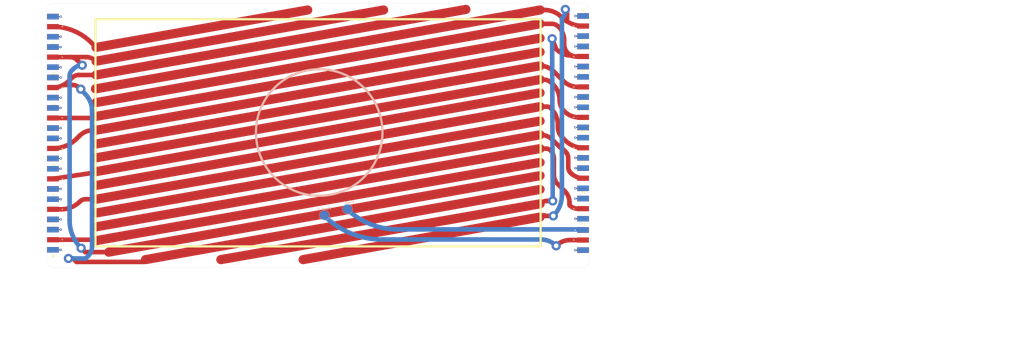
<source format=kicad_pcb>
(kicad_pcb (version 20221018) (generator pcbnew)
  (layers (0 "F.Cu" signal) (31 "B.Cu" signal) (34 "B.Paste" user) (35 "F.Paste" user) (36 "B.SilkS" user "B.Silkscreen") (37 "F.SilkS" user "F.Silkscreen") (38 "B.Mask" user) (39 "F.Mask" user) (44 "Edge.Cuts" user))
  (net 0 "")
  (net 1 "/Probe")
  (net 2 "GND")
  (footprint "Connector_Coaxial:SMA_Molex_73251-1153_EdgeMount_Horizontal" (layer "F.Cu") (at 150.97 212.4)
    (fp_text reference "J6" (at -1.5 7) (layer "F.SilkS"))
    (fp_text value "Conn_Coaxial")
    (fp_line (start 2 0) (end 2.5 -0.25) (stroke (width 0.12)) (layer "F.SilkS"))
    (fp_line (start 2.5 -0.25) (end 2.5 0.25) (stroke (width 0.12)) (layer "F.SilkS"))
    (fp_line (start 2.5 0.25) (end 2 0) (stroke (width 0.12)) (layer "F.SilkS"))
    (pad "1" smd rect (at -1.72 0) (size 5.08 2.29) (layers "F.Cu" "F.Paste" "F.Mask") (net 1 "/Probe"))
    (pad "2" smd rect (at -1.72 -4.38) (size 5.08 2.42) (layers "F.Cu" "F.Paste" "F.Mask") (net 2 "GND"))
    (pad "2" smd rect (at -1.72 -4.38) (size 5.08 2.42) (layers "B.Cu" "B.Paste" "B.Mask") (net 2 "GND"))
    (pad "2" smd rect (at -1.72 4.38) (size 5.08 2.42) (layers "F.Cu" "F.Paste" "F.Mask") (net 2 "GND"))
    (pad "2" smd rect (at -1.72 4.38) (size 5.08 2.42) (layers "B.Cu" "B.Paste" "B.Mask") (net 2 "GND"))
    (pad "2" smd rect (at 1.27 -4.38) (size 0.95 0.46) (layers "F.Cu") (net 2 "GND"))
    (pad "2" smd rect (at 1.27 -4.38) (size 0.95 0.46) (layers "B.Cu") (net 2 "GND"))
    (pad "2" smd rect (at 1.27 4.38) (size 0.95 0.46) (layers "F.Cu") (net 2 "GND"))
    (pad "2" smd rect (at 1.27 4.38) (size 0.95 0.46) (layers "B.Cu") (net 2 "GND"))
    (pad "2" thru_hole circle (at 1.72 -4.38) (size 0.97 0.97) (drill 0.46) (layers "*.Cu") (net 2 "GND"))
    (pad "2" thru_hole circle (at 1.72 4.38) (size 0.97 0.97) (drill 0.46) (layers "*.Cu") (net 2 "GND"))
  )
  (footprint "Connector_Coaxial:SMA_Molex_73251-1153_EdgeMount_Horizontal" (layer "F.Cu") (at 150.97 159.48)
    (fp_text reference "J2" (at -1.5 7) (layer "F.SilkS"))
    (fp_text value "Conn_Coaxial")
    (fp_line (start 2 0) (end 2.5 -0.25) (stroke (width 0.12)) (layer "F.SilkS"))
    (fp_line (start 2.5 -0.25) (end 2.5 0.25) (stroke (width 0.12)) (layer "F.SilkS"))
    (fp_line (start 2.5 0.25) (end 2 0) (stroke (width 0.12)) (layer "F.SilkS"))
    (pad "1" smd rect (at -1.72 0) (size 5.08 2.29) (layers "F.Cu" "F.Paste" "F.Mask") (net 1 "/Probe"))
    (pad "2" smd rect (at -1.72 -4.38) (size 5.08 2.42) (layers "F.Cu" "F.Paste" "F.Mask") (net 2 "GND"))
    (pad "2" smd rect (at -1.72 -4.38) (size 5.08 2.42) (layers "B.Cu" "B.Paste" "B.Mask") (net 2 "GND"))
    (pad "2" smd rect (at -1.72 4.38) (size 5.08 2.42) (layers "F.Cu" "F.Paste" "F.Mask") (net 2 "GND"))
    (pad "2" smd rect (at -1.72 4.38) (size 5.08 2.42) (layers "B.Cu" "B.Paste" "B.Mask") (net 2 "GND"))
    (pad "2" smd rect (at 1.27 -4.38) (size 0.95 0.46) (layers "F.Cu") (net 2 "GND"))
    (pad "2" smd rect (at 1.27 -4.38) (size 0.95 0.46) (layers "B.Cu") (net 2 "GND"))
    (pad "2" smd rect (at 1.27 4.38) (size 0.95 0.46) (layers "F.Cu") (net 2 "GND"))
    (pad "2" smd rect (at 1.27 4.38) (size 0.95 0.46) (layers "B.Cu") (net 2 "GND"))
    (pad "2" thru_hole circle (at 1.72 -4.38) (size 0.97 0.97) (drill 0.46) (layers "*.Cu") (net 2 "GND"))
    (pad "2" thru_hole circle (at 1.72 4.38) (size 0.97 0.97) (drill 0.46) (layers "*.Cu") (net 2 "GND"))
  )
  (footprint "Connector_Coaxial:SMA_Molex_73251-1153_EdgeMount_Horizontal" (layer "F.Cu") (at 377.96 239 180)
    (fp_text reference "J16" (at -1.5 7) (layer "F.SilkS"))
    (fp_text value "Conn_Coaxial")
    (fp_line (start 2 0) (end 2.5 -0.25) (stroke (width 0.12)) (layer "F.SilkS"))
    (fp_line (start 2.5 -0.25) (end 2.5 0.25) (stroke (width 0.12)) (layer "F.SilkS"))
    (fp_line (start 2.5 0.25) (end 2 0) (stroke (width 0.12)) (layer "F.SilkS"))
    (pad "1" smd rect (at -1.72 0 180) (size 5.08 2.29) (layers "F.Cu" "F.Paste" "F.Mask") (net 1 "/Probe"))
    (pad "2" smd rect (at -1.72 -4.38 180) (size 5.08 2.42) (layers "F.Cu" "F.Paste" "F.Mask") (net 2 "GND"))
    (pad "2" smd rect (at -1.72 -4.38 180) (size 5.08 2.42) (layers "B.Cu" "B.Paste" "B.Mask") (net 2 "GND"))
    (pad "2" smd rect (at -1.72 4.38 180) (size 5.08 2.42) (layers "F.Cu" "F.Paste" "F.Mask") (net 2 "GND"))
    (pad "2" smd rect (at -1.72 4.38 180) (size 5.08 2.42) (layers "B.Cu" "B.Paste" "B.Mask") (net 2 "GND"))
    (pad "2" smd rect (at 1.27 -4.38 180) (size 0.95 0.46) (layers "F.Cu") (net 2 "GND"))
    (pad "2" smd rect (at 1.27 -4.38 180) (size 0.95 0.46) (layers "B.Cu") (net 2 "GND"))
    (pad "2" smd rect (at 1.27 4.38 180) (size 0.95 0.46) (layers "F.Cu") (net 2 "GND"))
    (pad "2" smd rect (at 1.27 4.38 180) (size 0.95 0.46) (layers "B.Cu") (net 2 "GND"))
    (pad "2" thru_hole circle (at 1.72 -4.38 180) (size 0.97 0.97) (drill 0.46) (layers "*.Cu") (net 2 "GND"))
    (pad "2" thru_hole circle (at 1.72 4.38 180) (size 0.97 0.97) (drill 0.46) (layers "*.Cu") (net 2 "GND"))
  )
  (footprint "Connector_Coaxial:SMA_Molex_73251-1153_EdgeMount_Horizontal" (layer "F.Cu") (at 150.97 199.17)
    (fp_text reference "J5" (at -1.5 7) (layer "F.SilkS"))
    (fp_text value "Conn_Coaxial")
    (fp_line (start 2 0) (end 2.5 -0.25) (stroke (width 0.12)) (layer "F.SilkS"))
    (fp_line (start 2.5 -0.25) (end 2.5 0.25) (stroke (width 0.12)) (layer "F.SilkS"))
    (fp_line (start 2.5 0.25) (end 2 0) (stroke (width 0.12)) (layer "F.SilkS"))
    (pad "1" smd rect (at -1.72 0) (size 5.08 2.29) (layers "F.Cu" "F.Paste" "F.Mask") (net 1 "/Probe"))
    (pad "2" smd rect (at -1.72 -4.38) (size 5.08 2.42) (layers "F.Cu" "F.Paste" "F.Mask") (net 2 "GND"))
    (pad "2" smd rect (at -1.72 -4.38) (size 5.08 2.42) (layers "B.Cu" "B.Paste" "B.Mask") (net 2 "GND"))
    (pad "2" smd rect (at -1.72 4.38) (size 5.08 2.42) (layers "F.Cu" "F.Paste" "F.Mask") (net 2 "GND"))
    (pad "2" smd rect (at -1.72 4.38) (size 5.08 2.42) (layers "B.Cu" "B.Paste" "B.Mask") (net 2 "GND"))
    (pad "2" smd rect (at 1.27 -4.38) (size 0.95 0.46) (layers "F.Cu") (net 2 "GND"))
    (pad "2" smd rect (at 1.27 -4.38) (size 0.95 0.46) (layers "B.Cu") (net 2 "GND"))
    (pad "2" smd rect (at 1.27 4.38) (size 0.95 0.46) (layers "F.Cu") (net 2 "GND"))
    (pad "2" smd rect (at 1.27 4.38) (size 0.95 0.46) (layers "B.Cu") (net 2 "GND"))
    (pad "2" thru_hole circle (at 1.72 -4.38) (size 0.97 0.97) (drill 0.46) (layers "*.Cu") (net 2 "GND"))
    (pad "2" thru_hole circle (at 1.72 4.38) (size 0.97 0.97) (drill 0.46) (layers "*.Cu") (net 2 "GND"))
  )
  (footprint "Connector_Coaxial:SMA_Molex_73251-1153_EdgeMount_Horizontal" (layer "F.Cu") (at 378 185.665375 180)
    (fp_text reference "J12" (at -1.5 7) (layer "F.SilkS"))
    (fp_text value "Conn_Coaxial")
    (fp_line (start 2 0) (end 2.5 -0.25) (stroke (width 0.12)) (layer "F.SilkS"))
    (fp_line (start 2.5 -0.25) (end 2.5 0.25) (stroke (width 0.12)) (layer "F.SilkS"))
    (fp_line (start 2.5 0.25) (end 2 0) (stroke (width 0.12)) (layer "F.SilkS"))
    (pad "1" smd rect (at -1.72 0 180) (size 5.08 2.29) (layers "F.Cu" "F.Paste" "F.Mask") (net 1 "/Probe"))
    (pad "2" smd rect (at -1.72 -4.38 180) (size 5.08 2.42) (layers "F.Cu" "F.Paste" "F.Mask") (net 2 "GND"))
    (pad "2" smd rect (at -1.72 -4.38 180) (size 5.08 2.42) (layers "B.Cu" "B.Paste" "B.Mask") (net 2 "GND"))
    (pad "2" smd rect (at -1.72 4.38 180) (size 5.08 2.42) (layers "F.Cu" "F.Paste" "F.Mask") (net 2 "GND"))
    (pad "2" smd rect (at -1.72 4.38 180) (size 5.08 2.42) (layers "B.Cu" "B.Paste" "B.Mask") (net 2 "GND"))
    (pad "2" smd rect (at 1.27 -4.38 180) (size 0.95 0.46) (layers "F.Cu") (net 2 "GND"))
    (pad "2" smd rect (at 1.27 -4.38 180) (size 0.95 0.46) (layers "B.Cu") (net 2 "GND"))
    (pad "2" smd rect (at 1.27 4.38 180) (size 0.95 0.46) (layers "F.Cu") (net 2 "GND"))
    (pad "2" smd rect (at 1.27 4.38 180) (size 0.95 0.46) (layers "B.Cu") (net 2 "GND"))
    (pad "2" thru_hole circle (at 1.72 -4.38 180) (size 0.97 0.97) (drill 0.46) (layers "*.Cu") (net 2 "GND"))
    (pad "2" thru_hole circle (at 1.72 4.38 180) (size 0.97 0.97) (drill 0.46) (layers "*.Cu") (net 2 "GND"))
  )
  (footprint "Connector_Coaxial:SMA_Molex_73251-1153_EdgeMount_Horizontal" (layer "F.Cu") (at 150.97 172.71)
    (fp_text reference "J3" (at -1.5 7) (layer "F.SilkS"))
    (fp_text value "Conn_Coaxial")
    (fp_line (start 2 0) (end 2.5 -0.25) (stroke (width 0.12)) (layer "F.SilkS"))
    (fp_line (start 2.5 -0.25) (end 2.5 0.25) (stroke (width 0.12)) (layer "F.SilkS"))
    (fp_line (start 2.5 0.25) (end 2 0) (stroke (width 0.12)) (layer "F.SilkS"))
    (pad "1" smd rect (at -1.72 0) (size 5.08 2.29) (layers "F.Cu" "F.Paste" "F.Mask") (net 1 "/Probe"))
    (pad "2" smd rect (at -1.72 -4.38) (size 5.08 2.42) (layers "F.Cu" "F.Paste" "F.Mask") (net 2 "GND"))
    (pad "2" smd rect (at -1.72 -4.38) (size 5.08 2.42) (layers "B.Cu" "B.Paste" "B.Mask") (net 2 "GND"))
    (pad "2" smd rect (at -1.72 4.38) (size 5.08 2.42) (layers "F.Cu" "F.Paste" "F.Mask") (net 2 "GND"))
    (pad "2" smd rect (at -1.72 4.38) (size 5.08 2.42) (layers "B.Cu" "B.Paste" "B.Mask") (net 2 "GND"))
    (pad "2" smd rect (at 1.27 -4.38) (size 0.95 0.46) (layers "F.Cu") (net 2 "GND"))
    (pad "2" smd rect (at 1.27 -4.38) (size 0.95 0.46) (layers "B.Cu") (net 2 "GND"))
    (pad "2" smd rect (at 1.27 4.38) (size 0.95 0.46) (layers "F.Cu") (net 2 "GND"))
    (pad "2" smd rect (at 1.27 4.38) (size 0.95 0.46) (layers "B.Cu") (net 2 "GND"))
    (pad "2" thru_hole circle (at 1.72 -4.38) (size 0.97 0.97) (drill 0.46) (layers "*.Cu") (net 2 "GND"))
    (pad "2" thru_hole circle (at 1.72 4.38) (size 0.97 0.97) (drill 0.46) (layers "*.Cu") (net 2 "GND"))
  )
  (footprint "Connector_Coaxial:SMA_Molex_73251-1153_EdgeMount_Horizontal" (layer "F.Cu") (at 150.97 238.86)
    (fp_text reference "J8" (at -1.72 7.15) (layer "F.SilkS"))
    (fp_text value "Conn_Coaxial")
    (fp_line (start 2 0) (end 2.5 -0.25) (stroke (width 0.12)) (layer "F.SilkS"))
    (fp_line (start 2.5 -0.25) (end 2.5 0.25) (stroke (width 0.12)) (layer "F.SilkS"))
    (fp_line (start 2.5 0.25) (end 2 0) (stroke (width 0.12)) (layer "F.SilkS"))
    (pad "1" smd rect (at -1.72 0) (size 5.08 2.29) (layers "F.Cu" "F.Paste" "F.Mask") (net 1 "/Probe"))
    (pad "2" smd rect (at -1.72 -4.38) (size 5.08 2.42) (layers "F.Cu" "F.Paste" "F.Mask") (net 2 "GND"))
    (pad "2" smd rect (at -1.72 -4.38) (size 5.08 2.42) (layers "B.Cu" "B.Paste" "B.Mask") (net 2 "GND"))
    (pad "2" smd rect (at -1.72 4.38) (size 5.08 2.42) (layers "F.Cu" "F.Paste" "F.Mask") (net 2 "GND"))
    (pad "2" smd rect (at -1.72 4.38) (size 5.08 2.42) (layers "B.Cu" "B.Paste" "B.Mask") (net 2 "GND"))
    (pad "2" smd rect (at 1.27 -4.38) (size 0.95 0.46) (layers "F.Cu") (net 2 "GND"))
    (pad "2" smd rect (at 1.27 -4.38) (size 0.95 0.46) (layers "B.Cu") (net 2 "GND"))
    (pad "2" smd rect (at 1.27 4.38) (size 0.95 0.46) (layers "F.Cu") (net 2 "GND"))
    (pad "2" smd rect (at 1.27 4.38) (size 0.95 0.46) (layers "B.Cu") (net 2 "GND"))
    (pad "2" thru_hole circle (at 1.72 -4.38) (size 0.97 0.97) (drill 0.46) (layers "*.Cu") (net 2 "GND"))
    (pad "2" thru_hole circle (at 1.72 4.38) (size 0.97 0.97) (drill 0.46) (layers "*.Cu") (net 2 "GND"))
  )
  (footprint "Connector_Coaxial:SMA_Molex_73251-1153_EdgeMount_Horizontal" (layer "F.Cu") (at 378 172.435375 180)
    (fp_text reference "J11" (at -1.5 7) (layer "F.SilkS"))
    (fp_text value "Conn_Coaxial")
    (fp_line (start 2 0) (end 2.5 -0.25) (stroke (width 0.12)) (layer "F.SilkS"))
    (fp_line (start 2.5 -0.25) (end 2.5 0.25) (stroke (width 0.12)) (layer "F.SilkS"))
    (fp_line (start 2.5 0.25) (end 2 0) (stroke (width 0.12)) (layer "F.SilkS"))
    (pad "1" smd rect (at -1.72 0 180) (size 5.08 2.29) (layers "F.Cu" "F.Paste" "F.Mask") (net 1 "/Probe"))
    (pad "2" smd rect (at -1.72 -4.38 180) (size 5.08 2.42) (layers "F.Cu" "F.Paste" "F.Mask") (net 2 "GND"))
    (pad "2" smd rect (at -1.72 -4.38 180) (size 5.08 2.42) (layers "B.Cu" "B.Paste" "B.Mask") (net 2 "GND"))
    (pad "2" smd rect (at -1.72 4.38 180) (size 5.08 2.42) (layers "F.Cu" "F.Paste" "F.Mask") (net 2 "GND"))
    (pad "2" smd rect (at -1.72 4.38 180) (size 5.08 2.42) (layers "B.Cu" "B.Paste" "B.Mask") (net 2 "GND"))
    (pad "2" smd rect (at 1.27 -4.38 180) (size 0.95 0.46) (layers "F.Cu") (net 2 "GND"))
    (pad "2" smd rect (at 1.27 -4.38 180) (size 0.95 0.46) (layers "B.Cu") (net 2 "GND"))
    (pad "2" smd rect (at 1.27 4.38 180) (size 0.95 0.46) (layers "F.Cu") (net 2 "GND"))
    (pad "2" smd rect (at 1.27 4.38 180) (size 0.95 0.46) (layers "B.Cu") (net 2 "GND"))
    (pad "2" thru_hole circle (at 1.72 -4.38 180) (size 0.97 0.97) (drill 0.46) (layers "*.Cu") (net 2 "GND"))
    (pad "2" thru_hole circle (at 1.72 4.38 180) (size 0.97 0.97) (drill 0.46) (layers "*.Cu") (net 2 "GND"))
  )
  (footprint "Connector_Coaxial:SMA_Molex_73251-1153_EdgeMount_Horizontal" (layer "F.Cu") (at 378 198.895375 180)
    (fp_text reference "J13" (at -1.5 7) (layer "F.SilkS"))
    (fp_text value "Conn_Coaxial")
    (fp_line (start 2 0) (end 2.5 -0.25) (stroke (width 0.12)) (layer "F.SilkS"))
    (fp_line (start 2.5 -0.25) (end 2.5 0.25) (stroke (width 0.12)) (layer "F.SilkS"))
    (fp_line (start 2.5 0.25) (end 2 0) (stroke (width 0.12)) (layer "F.SilkS"))
    (pad "1" smd rect (at -1.72 0 180) (size 5.08 2.29) (layers "F.Cu" "F.Paste" "F.Mask") (net 1 "/Probe"))
    (pad "2" smd rect (at -1.72 -4.38 180) (size 5.08 2.42) (layers "F.Cu" "F.Paste" "F.Mask") (net 2 "GND"))
    (pad "2" smd rect (at -1.72 -4.38 180) (size 5.08 2.42) (layers "B.Cu" "B.Paste" "B.Mask") (net 2 "GND"))
    (pad "2" smd rect (at -1.72 4.38 180) (size 5.08 2.42) (layers "F.Cu" "F.Paste" "F.Mask") (net 2 "GND"))
    (pad "2" smd rect (at -1.72 4.38 180) (size 5.08 2.42) (layers "B.Cu" "B.Paste" "B.Mask") (net 2 "GND"))
    (pad "2" smd rect (at 1.27 -4.38 180) (size 0.95 0.46) (layers "F.Cu") (net 2 "GND"))
    (pad "2" smd rect (at 1.27 -4.38 180) (size 0.95 0.46) (layers "B.Cu") (net 2 "GND"))
    (pad "2" smd rect (at 1.27 4.38 180) (size 0.95 0.46) (layers "F.Cu") (net 2 "GND"))
    (pad "2" smd rect (at 1.27 4.38 180) (size 0.95 0.46) (layers "B.Cu") (net 2 "GND"))
    (pad "2" thru_hole circle (at 1.72 -4.38 180) (size 0.97 0.97) (drill 0.46) (layers "*.Cu") (net 2 "GND"))
    (pad "2" thru_hole circle (at 1.72 4.38 180) (size 0.97 0.97) (drill 0.46) (layers "*.Cu") (net 2 "GND"))
  )
  (footprint "Connector_Coaxial:SMA_Molex_73251-1153_EdgeMount_Horizontal" (layer "F.Cu") (at 378 225.355375 180)
    (fp_text reference "J15" (at -1.5 7) (layer "F.SilkS"))
    (fp_text value "Conn_Coaxial")
    (fp_line (start 2 0) (end 2.5 -0.25) (stroke (width 0.12)) (layer "F.SilkS"))
    (fp_line (start 2.5 -0.25) (end 2.5 0.25) (stroke (width 0.12)) (layer "F.SilkS"))
    (fp_line (start 2.5 0.25) (end 2 0) (stroke (width 0.12)) (layer "F.SilkS"))
    (pad "1" smd rect (at -1.72 0 180) (size 5.08 2.29) (layers "F.Cu" "F.Paste" "F.Mask") (net 1 "/Probe"))
    (pad "2" smd rect (at -1.72 -4.38 180) (size 5.08 2.42) (layers "F.Cu" "F.Paste" "F.Mask") (net 2 "GND"))
    (pad "2" smd rect (at -1.72 -4.38 180) (size 5.08 2.42) (layers "B.Cu" "B.Paste" "B.Mask") (net 2 "GND"))
    (pad "2" smd rect (at -1.72 4.38 180) (size 5.08 2.42) (layers "F.Cu" "F.Paste" "F.Mask") (net 2 "GND"))
    (pad "2" smd rect (at -1.72 4.38 180) (size 5.08 2.42) (layers "B.Cu" "B.Paste" "B.Mask") (net 2 "GND"))
    (pad "2" smd rect (at 1.27 -4.38 180) (size 0.95 0.46) (layers "F.Cu") (net 2 "GND"))
    (pad "2" smd rect (at 1.27 -4.38 180) (size 0.95 0.46) (layers "B.Cu") (net 2 "GND"))
    (pad "2" smd rect (at 1.27 4.38 180) (size 0.95 0.46) (layers "F.Cu") (net 2 "GND"))
    (pad "2" smd rect (at 1.27 4.38 180) (size 0.95 0.46) (layers "B.Cu") (net 2 "GND"))
    (pad "2" thru_hole circle (at 1.72 -4.38 180) (size 0.97 0.97) (drill 0.46) (layers "*.Cu") (net 2 "GND"))
    (pad "2" thru_hole circle (at 1.72 4.38 180) (size 0.97 0.97) (drill 0.46) (layers "*.Cu") (net 2 "GND"))
  )
  (footprint "Connector_Coaxial:SMA_Molex_73251-1153_EdgeMount_Horizontal" (layer "F.Cu") (at 150.97 146.25)
    (fp_text reference "J1" (at -1.5 7) (layer "F.SilkS"))
    (fp_text value "Conn_Coaxial")
    (fp_line (start 2 0) (end 2.5 -0.25) (stroke (width 0.12)) (layer "F.SilkS"))
    (fp_line (start 2.5 -0.25) (end 2.5 0.25) (stroke (width 0.12)) (layer "F.SilkS"))
    (fp_line (start 2.5 0.25) (end 2 0) (stroke (width 0.12)) (layer "F.SilkS"))
    (pad "1" smd rect (at -1.72 0) (size 5.08 2.29) (layers "F.Cu" "F.Paste" "F.Mask") (net 1 "/Probe"))
    (pad "2" smd rect (at -1.72 -4.38) (size 5.08 2.42) (layers "F.Cu" "F.Paste" "F.Mask") (net 2 "GND"))
    (pad "2" smd rect (at -1.72 -4.38) (size 5.08 2.42) (layers "B.Cu" "B.Paste" "B.Mask") (net 2 "GND"))
    (pad "2" smd rect (at -1.72 4.38) (size 5.08 2.42) (layers "F.Cu" "F.Paste" "F.Mask") (net 2 "GND"))
    (pad "2" smd rect (at -1.72 4.38) (size 5.08 2.42) (layers "B.Cu" "B.Paste" "B.Mask") (net 2 "GND"))
    (pad "2" smd rect (at 1.27 -4.38) (size 0.95 0.46) (layers "F.Cu") (net 2 "GND"))
    (pad "2" smd rect (at 1.27 -4.38) (size 0.95 0.46) (layers "B.Cu") (net 2 "GND"))
    (pad "2" smd rect (at 1.27 4.38) (size 0.95 0.46) (layers "F.Cu") (net 2 "GND"))
    (pad "2" smd rect (at 1.27 4.38) (size 0.95 0.46) (layers "B.Cu") (net 2 "GND"))
    (pad "2" thru_hole circle (at 1.72 -4.38) (size 0.97 0.97) (drill 0.46) (layers "*.Cu") (net 2 "GND"))
    (pad "2" thru_hole circle (at 1.72 4.38) (size 0.97 0.97) (drill 0.46) (layers "*.Cu") (net 2 "GND"))
  )
  (footprint "Connector_Coaxial:SMA_Molex_73251-1153_EdgeMount_Horizontal" (layer "F.Cu") (at 378 212.125375 180)
    (fp_text reference "J14" (at -1.5 7) (layer "F.SilkS"))
    (fp_text value "Conn_Coaxial")
    (fp_line (start 2 0) (end 2.5 -0.25) (stroke (width 0.12)) (layer "F.SilkS"))
    (fp_line (start 2.5 -0.25) (end 2.5 0.25) (stroke (width 0.12)) (layer "F.SilkS"))
    (fp_line (start 2.5 0.25) (end 2 0) (stroke (width 0.12)) (layer "F.SilkS"))
    (pad "1" smd rect (at -1.72 0 180) (size 5.08 2.29) (layers "F.Cu" "F.Paste" "F.Mask") (net 1 "/Probe"))
    (pad "2" smd rect (at -1.72 -4.38 180) (size 5.08 2.42) (layers "F.Cu" "F.Paste" "F.Mask") (net 2 "GND"))
    (pad "2" smd rect (at -1.72 -4.38 180) (size 5.08 2.42) (layers "B.Cu" "B.Paste" "B.Mask") (net 2 "GND"))
    (pad "2" smd rect (at -1.72 4.38 180) (size 5.08 2.42) (layers "F.Cu" "F.Paste" "F.Mask") (net 2 "GND"))
    (pad "2" smd rect (at -1.72 4.38 180) (size 5.08 2.42) (layers "B.Cu" "B.Paste" "B.Mask") (net 2 "GND"))
    (pad "2" smd rect (at 1.27 -4.38 180) (size 0.95 0.46) (layers "F.Cu") (net 2 "GND"))
    (pad "2" smd rect (at 1.27 -4.38 180) (size 0.95 0.46) (layers "B.Cu") (net 2 "GND"))
    (pad "2" smd rect (at 1.27 4.38 180) (size 0.95 0.46) (layers "F.Cu") (net 2 "GND"))
    (pad "2" smd rect (at 1.27 4.38 180) (size 0.95 0.46) (layers "B.Cu") (net 2 "GND"))
    (pad "2" thru_hole circle (at 1.72 -4.38 180) (size 0.97 0.97) (drill 0.46) (layers "*.Cu") (net 2 "GND"))
    (pad "2" thru_hole circle (at 1.72 4.38 180) (size 0.97 0.97) (drill 0.46) (layers "*.Cu") (net 2 "GND"))
  )
  (footprint "Connector_Coaxial:SMA_Molex_73251-1153_EdgeMount_Horizontal" (layer "F.Cu") (at 150.97 185.94)
    (fp_text reference "J4" (at -1.5 7) (layer "F.SilkS"))
    (fp_text value "Conn_Coaxial")
    (fp_line (start 2 0) (end 2.5 -0.25) (stroke (width 0.12)) (layer "F.SilkS"))
    (fp_line (start 2.5 -0.25) (end 2.5 0.25) (stroke (width 0.12)) (layer "F.SilkS"))
    (fp_line (start 2.5 0.25) (end 2 0) (stroke (width 0.12)) (layer "F.SilkS"))
    (pad "1" smd rect (at -1.72 0) (size 5.08 2.29) (layers "F.Cu" "F.Paste" "F.Mask") (net 1 "/Probe"))
    (pad "2" smd rect (at -1.72 -4.38) (size 5.08 2.42) (layers "F.Cu" "F.Paste" "F.Mask") (net 2 "GND"))
    (pad "2" smd rect (at -1.72 -4.38) (size 5.08 2.42) (layers "B.Cu" "B.Paste" "B.Mask") (net 2 "GND"))
    (pad "2" smd rect (at -1.72 4.38) (size 5.08 2.42) (layers "F.Cu" "F.Paste" "F.Mask") (net 2 "GND"))
    (pad "2" smd rect (at -1.72 4.38) (size 5.08 2.42) (layers "B.Cu" "B.Paste" "B.Mask") (net 2 "GND"))
    (pad "2" smd rect (at 1.27 -4.38) (size 0.95 0.46) (layers "F.Cu") (net 2 "GND"))
    (pad "2" smd rect (at 1.27 -4.38) (size 0.95 0.46) (layers "B.Cu") (net 2 "GND"))
    (pad "2" smd rect (at 1.27 4.38) (size 0.95 0.46) (layers "F.Cu") (net 2 "GND"))
    (pad "2" smd rect (at 1.27 4.38) (size 0.95 0.46) (layers "B.Cu") (net 2 "GND"))
    (pad "2" thru_hole circle (at 1.72 -4.38) (size 0.97 0.97) (drill 0.46) (layers "*.Cu") (net 2 "GND"))
    (pad "2" thru_hole circle (at 1.72 4.38) (size 0.97 0.97) (drill 0.46) (layers "*.Cu") (net 2 "GND"))
  )
  (footprint "Connector_Coaxial:SMA_Molex_73251-1153_EdgeMount_Horizontal" (layer "F.Cu") (at 150.97 225.63)
    (fp_text reference "J7" (at -1.5 7) (layer "F.SilkS"))
    (fp_text value "Conn_Coaxial")
    (fp_line (start 2 0) (end 2.5 -0.25) (stroke (width 0.12)) (layer "F.SilkS"))
    (fp_line (start 2.5 -0.25) (end 2.5 0.25) (stroke (width 0.12)) (layer "F.SilkS"))
    (fp_line (start 2.5 0.25) (end 2 0) (stroke (width 0.12)) (layer "F.SilkS"))
    (pad "1" smd rect (at -1.72 0) (size 5.08 2.29) (layers "F.Cu" "F.Paste" "F.Mask") (net 1 "/Probe"))
    (pad "2" smd rect (at -1.72 -4.38) (size 5.08 2.42) (layers "F.Cu" "F.Paste" "F.Mask") (net 2 "GND"))
    (pad "2" smd rect (at -1.72 -4.38) (size 5.08 2.42) (layers "B.Cu" "B.Paste" "B.Mask") (net 2 "GND"))
    (pad "2" smd rect (at -1.72 4.38) (size 5.08 2.42) (layers "F.Cu" "F.Paste" "F.Mask") (net 2 "GND"))
    (pad "2" smd rect (at -1.72 4.38) (size 5.08 2.42) (layers "B.Cu" "B.Paste" "B.Mask") (net 2 "GND"))
    (pad "2" smd rect (at 1.27 -4.38) (size 0.95 0.46) (layers "F.Cu") (net 2 "GND"))
    (pad "2" smd rect (at 1.27 -4.38) (size 0.95 0.46) (layers "B.Cu") (net 2 "GND"))
    (pad "2" smd rect (at 1.27 4.38) (size 0.95 0.46) (layers "F.Cu") (net 2 "GND"))
    (pad "2" smd rect (at 1.27 4.38) (size 0.95 0.46) (layers "B.Cu") (net 2 "GND"))
    (pad "2" thru_hole circle (at 1.72 -4.38) (size 0.97 0.97) (drill 0.46) (layers "*.Cu") (net 2 "GND"))
    (pad "2" thru_hole circle (at 1.72 4.38) (size 0.97 0.97) (drill 0.46) (layers "*.Cu") (net 2 "GND"))
  )
  (footprint "Connector_Coaxial:SMA_Molex_73251-1153_EdgeMount_Horizontal" (layer "F.Cu") (at 378 145.975375 180)
    (fp_text reference "J9" (at -1.5 7) (layer "F.SilkS"))
    (fp_text value "Conn_Coaxial")
    (fp_line (start 2 0) (end 2.5 -0.25) (stroke (width 0.12)) (layer "F.SilkS"))
    (fp_line (start 2.5 -0.25) (end 2.5 0.25) (stroke (width 0.12)) (layer "F.SilkS"))
    (fp_line (start 2.5 0.25) (end 2 0) (stroke (width 0.12)) (layer "F.SilkS"))
    (pad "1" smd rect (at -1.72 0 180) (size 5.08 2.29) (layers "F.Cu" "F.Paste" "F.Mask") (net 1 "/Probe"))
    (pad "2" smd rect (at -1.72 -4.38 180) (size 5.08 2.42) (layers "F.Cu" "F.Paste" "F.Mask") (net 2 "GND"))
    (pad "2" smd rect (at -1.72 -4.38 180) (size 5.08 2.42) (layers "B.Cu" "B.Paste" "B.Mask") (net 2 "GND"))
    (pad "2" smd rect (at -1.72 4.38 180) (size 5.08 2.42) (layers "F.Cu" "F.Paste" "F.Mask") (net 2 "GND"))
    (pad "2" smd rect (at -1.72 4.38 180) (size 5.08 2.42) (layers "B.Cu" "B.Paste" "B.Mask") (net 2 "GND"))
    (pad "2" smd rect (at 1.27 -4.38 180) (size 0.95 0.46) (layers "F.Cu") (net 2 "GND"))
    (pad "2" smd rect (at 1.27 -4.38 180) (size 0.95 0.46) (layers "B.Cu") (net 2 "GND"))
    (pad "2" smd rect (at 1.27 4.38 180) (size 0.95 0.46) (layers "F.Cu") (net 2 "GND"))
    (pad "2" smd rect (at 1.27 4.38 180) (size 0.95 0.46) (layers "B.Cu") (net 2 "GND"))
    (pad "2" thru_hole circle (at 1.72 -4.38 180) (size 0.97 0.97) (drill 0.46) (layers "*.Cu") (net 2 "GND"))
    (pad "2" thru_hole circle (at 1.72 4.38 180) (size 0.97 0.97) (drill 0.46) (layers "*.Cu") (net 2 "GND"))
  )
  (footprint "Connector_Coaxial:SMA_Molex_73251-1153_EdgeMount_Horizontal" (layer "F.Cu") (at 378 159.205375 180)
    (fp_text reference "J10" (at -1.5 7) (layer "F.SilkS"))
    (fp_text value "Conn_Coaxial")
    (fp_line (start 2 0) (end 2.5 -0.25) (stroke (width 0.12)) (layer "F.SilkS"))
    (fp_line (start 2.5 -0.25) (end 2.5 0.25) (stroke (width 0.12)) (layer "F.SilkS"))
    (fp_line (start 2.5 0.25) (end 2 0) (stroke (width 0.12)) (layer "F.SilkS"))
    (pad "1" smd rect (at -1.72 0 180) (size 5.08 2.29) (layers "F.Cu" "F.Paste" "F.Mask") (net 1 "/Probe"))
    (pad "2" smd rect (at -1.72 -4.38 180) (size 5.08 2.42) (layers "F.Cu" "F.Paste" "F.Mask") (net 2 "GND"))
    (pad "2" smd rect (at -1.72 -4.38 180) (size 5.08 2.42) (layers "B.Cu" "B.Paste" "B.Mask") (net 2 "GND"))
    (pad "2" smd rect (at -1.72 4.38 180) (size 5.08 2.42) (layers "F.Cu" "F.Paste" "F.Mask") (net 2 "GND"))
    (pad "2" smd rect (at -1.72 4.38 180) (size 5.08 2.42) (layers "B.Cu" "B.Paste" "B.Mask") (net 2 "GND"))
    (pad "2" smd rect (at 1.27 -4.38 180) (size 0.95 0.46) (layers "F.Cu") (net 2 "GND"))
    (pad "2" smd rect (at 1.27 -4.38 180) (size 0.95 0.46) (layers "B.Cu") (net 2 "GND"))
    (pad "2" smd rect (at 1.27 4.38 180) (size 0.95 0.46) (layers "F.Cu") (net 2 "GND"))
    (pad "2" smd rect (at 1.27 4.38 180) (size 0.95 0.46) (layers "B.Cu") (net 2 "GND"))
    (pad "2" thru_hole circle (at 1.72 -4.38 180) (size 0.97 0.97) (drill 0.46) (layers "*.Cu") (net 2 "GND"))
    (pad "2" thru_hole circle (at 1.72 4.38 180) (size 0.97 0.97) (drill 0.46) (layers "*.Cu") (net 2 "GND"))
  )
  (footprint "TestPoint:TestPoint_Pad_D4.0mm" (layer "B.Cu") (at 267.25 228.25 180)
    (fp_text reference "Piezo +" (at 0 2.898) (layer "B.SilkS") (effects (justify mirror)))
    (fp_text value "TestPoint_Pad_D4.0mm")
    (fp_circle (center 0 0) (end 0 -2.25) (stroke (width 0.12)) (fill none) (layer "B.SilkS"))
    (pad "1" smd circle (at 0 0 180) (size 4 4) (layers "B.Cu" "B.Mask"))
  )
  (footprint "TestPoint:TestPoint_Pad_D4.0mm" (layer "B.Cu") (at 277.25 225.5 180)
    (fp_text reference "Piezo -" (at 0 2.898) (layer "B.SilkS") (effects (justify mirror)))
    (fp_text value "TestPoint_Pad_D4.0mm")
    (fp_circle (center 0 0) (end 0 -2.25) (stroke (width 0.12)) (fill none) (layer "B.SilkS"))
    (pad "1" smd circle (at 0 0 180) (size 4 4) (layers "B.Cu" "B.Mask"))
  )
  (gr_circle (center 265 192.25) (end 292.501136 192.25) (stroke (width 1)) (fill none) (layer "B.SilkS"))
  (gr_rect (start 167.75 143) (end 361.25 241.75) (stroke (width 1)) (fill none) (layer "F.SilkS"))
  (gr_line (start 149.5 136) (end 379.5 136) (stroke (width 0.05)) (layer "Edge.Cuts"))
  (gr_line (start 146.5 248) (end 146.5 139) (stroke (width 0.05)) (layer "Edge.Cuts"))
  (gr_line (start 382.5 139) (end 382.5 248) (stroke (width 0.05)) (layer "Edge.Cuts"))
  (gr_line (start 379.5 251) (end 149.5 251) (stroke (width 0.05)) (layer "Edge.Cuts"))
  (gr_arc (start 379.5 136) (mid 381.62132 136.87868) (end 382.5 139) (stroke (width 0.05)) (layer "Edge.Cuts"))
  (gr_arc (start 146.5 139) (mid 147.37868 136.87868) (end 149.5 136) (stroke (width 0.05)) (layer "Edge.Cuts"))
  (gr_arc (start 149.5 251) (mid 147.37868 250.12132) (end 146.5 248) (stroke (width 0.05)) (layer "Edge.Cuts"))
  (gr_arc (start 382.5 248) (mid 381.62132 250.12132) (end 379.5 251) (stroke (width 0.05)) (layer "Edge.Cuts"))
  (segment (start 156.75 159.48) (end 163.726842 159.48) (width 2) (layer "F.Cu") (net 1))
  (segment (start 168 209.25) (end 361 175) (width 4) (layer "F.Cu") (net 1))
  (segment (start 361 212.313904) (end 361 211) (width 2) (layer "F.Cu") (net 1))
  (segment (start 157.552549 171.572019) (end 153.822019 171.572019) (width 2) (layer "F.Cu") (net 1))
  (segment (start 371.75 217.75) (end 368.767767 214.767767) (width 2) (layer "F.Cu") (net 1))
  (segment (start 372.752071 143.997929) (end 372.752071 140.56566) (width 2) (layer "F.Cu") (net 1))
  (segment (start 369.827357 198.827357) (end 366.5 195.5) (width 2) (layer "F.Cu") (net 1))
  (segment (start 379.72 185.665375) (end 377.934784 185.665375) (width 2) (layer "F.Cu") (net 1))
  (segment (start 156.146712 169.853289) (end 157.5 168.5) (width 2) (layer "F.Cu") (net 1))
  (segment (start 372 200.5) (end 370.680911 199.180911) (width 2) (layer "F.Cu") (net 1))
  (segment (start 371 194.75) (end 370.578405 194.328405) (width 2) (layer "F.Cu") (net 1))
  (segment (start 188.5 248.5) (end 189.5 247.5) (width 2) (layer "F.Cu") (net 1))
  (segment (start 371.910626 195.660627) (end 371 194.75) (width 2) (layer "F.Cu") (net 1))
  (segment (start 168 161.25) (end 293 139) (width 4) (layer "F.Cu") (net 1))
  (segment (start 379.72 225.355375) (end 377.307155 225.355375) (width 2) (layer "F.Cu") (net 1))
  (segment (start 168 233.25) (end 361 199.25) (width 4) (layer "F.Cu") (net 1))
  (segment (start 149.25 159.48) (end 156.75 159.48) (width 2) (layer "F.Cu") (net 1))
  (segment (start 168 167.25) (end 328.75 138.75) (width 4) (layer "F.Cu") (net 1))
  (segment (start 361.83575 211) (end 361 211) (width 2) (layer "F.Cu") (net 1))
  (segment (start 368.75 189.914213) (end 368.75 188.99264) (width 2) (layer "F.Cu") (net 1))
  (segment (start 371.5 152.285607) (end 371.5 153.98499) (width 2) (layer "F.Cu") (net 1))
  (segment (start 149.25 225.63) (end 152.839959 225.63) (width 2) (layer "F.Cu") (net 1))
  (segment (start 167.61 238.86) (end 168 239.25) (width 2) (layer "F.Cu") (net 1))
  (segment (start 373.795 223.540077) (end 373.795 222.687066) (width 2) (layer "F.Cu") (net 1))
  (segment (start 362.190939 199.25) (end 361.188002 199.25) (width 2) (layer "F.Cu") (net 1))
  (segment (start 376.720385 159.205375) (end 379.72 159.205375) (width 2) (layer "F.Cu") (net 1))
  (segment (start 168 203.25) (end 361 169.25) (width 4) (layer "F.Cu") (net 1))
  (segment (start 163.414213 221.25) (end 168 221.25) (width 2) (layer "F.Cu") (net 1))
  (segment (start 367 210.5) (end 367 203.517767) (width 2) (layer "F.Cu") (net 1))
  (segment (start 166.785533 191.25) (end 168 191.25) (width 2) (layer "F.Cu") (net 1))
  (segment (start 363.93934 181) (end 361 181) (width 2) (layer "F.Cu") (net 1))
  (segment (start 362.171573 163.25) (end 361 163.25) (width 2) (layer "F.Cu") (net 1))
  (segment (start 366.5 222) (end 364.017766 222) (width 2) (layer "F.Cu") (net 1))
  (segment (start 168 215.25) (end 361 181) (width 4) (layer "F.Cu") (net 1))
  (segment (start 165.894291 153.144291) (end 168 155.25) (width 2) (layer "F.Cu") (net 1))
  (segment (start 158 247) (end 159.5 248.5) (width 2) (layer "F.Cu") (net 1))
  (segment (start 258 247.5) (end 361 229) (width 4) (layer "F.Cu") (net 1))
  (segment (start 189.5 247.5) (end 361 217) (width 4) (layer "F.Cu") (net 1))
  (segment (start 168 227.25) (end 361 193.25) (width 4) (layer "F.Cu") (net 1))
  (segment (start 366.974873 165.724874) (end 371 169.75) (width 2) (layer "F.Cu") (net 1))
  (segment (start 168 221.25) (end 361 187.25) (width 4) (layer "F.Cu") (net 1))
  (segment (start 149.25 185.94) (end 166.334193 185.94) (width 2) (layer "F.Cu") (net 1))
  (segment (start 168 185.25) (end 361 151.25) (width 4) (layer "F.Cu") (net 1))
  (segment (start 173.5 244.25) (end 361 211) (width 4) (layer "F.Cu") (net 1))
  (segment (start 167.49264 239.25) (end 168 239.25) (width 2) (layer "F.Cu") (net 1))
  (segment (start 149.25 238.86) (end 167.61 238.86) (width 2) (layer "F.Cu") (net 1))
  (segment (start 361 199.25) (end 363.585787 199.25) (width 2) (layer "F.Cu") (net 1))
  (segment (start 373.25 207.335787) (end 373.25 203.517766) (width 2) (layer "F.Cu") (net 1))
  (segment (start 366.727029 171.477029) (end 366 170.75) (width 2) (layer "F.Cu") (net 1))
  (segment (start 149.25 212.4) (end 166.75 209.75) (width 2) (layer "F.Cu") (net 1))
  (segment (start 361.075379 205.325379) (end 361 205.25) (width 2) (layer "F.Cu") (net 1))
  (segment (start 161.352707 173.397293) (end 160.572311 172.616897) (width 2) (layer "F.Cu") (net 1))
  (segment (start 361.06802 193.25) (end 361 193.25) (width 2) (layer "F.Cu") (net 1))
  (segment (start 379.68 239) (end 374.035533 239) (width 2) (layer "F.Cu") (net 1))
  (segment (start 159.703294 160.703295) (end 162 163) (width 2) (layer "F.Cu") (net 1))
  (segment (start 156 247) (end 158 247) (width 2) (layer "F.Cu") (net 1))
  (segment (start 160.517766 167.25) (end 168 167.25) (width 2) (layer "F.Cu") (net 1))
  (segment (start 168 155.25) (end 260 139) (width 4) (layer "F.Cu") (net 1))
  (segment (start 361 145) (end 365.982255 145) (width 2) (layer "F.Cu") (net 1))
  (segment (start 166.75 209.75) (end 166.792894 209.75) (width 2) (layer "F.Cu") (net 1))
  (segment (start 363.00736 139) (end 361 139) (width 2) (layer "F.Cu") (net 1))
  (segment (start 366.75 228.5) (end 363.414213 228.5) (width 2) (layer "F.Cu") (net 1))
  (segment (start 361.6967 163.25) (end 361 163.25) (width 2) (layer "F.Cu") (net 1))
  (segment (start 168 197.25) (end 361 163.25) (width 4) (layer "F.Cu") (net 1))
  (segment (start 159.5 248.5) (end 188.5 248.5) (width 2) (layer "F.Cu") (net 1))
  (segment (start 362.37868 169.25) (end 361 169.25) (width 2) (layer "F.Cu") (net 1))
  (segment (start 161.5 242.5) (end 163.25 244.25) (width 2) (layer "F.Cu") (net 1))
  (segment (start 377.483068 172.435375) (end 379.72 172.435375) (width 2) (layer "F.Cu") (net 1))
  (segment (start 222.25 247.5) (end 361 223.25) (width 4) (layer "F.Cu") (net 1))
  (segment (start 168 179.25) (end 361 145) (width 4) (layer "F.Cu") (net 1))
  (segment (start 168 173.25) (end 167.75 173.25) (width 4) (layer "F.Cu") (net 1))
  (segment (start 159.629209 194.870791) (end 160.75 193.75) (width 2) (layer "F.Cu") (net 1))
  (segment (start 168 173.25) (end 361 139) (width 4) (layer "F.Cu") (net 1))
  (segment (start 374.437144 209.937145) (end 374.25 209.75) (width 2) (layer "F.Cu") (net 1))
  (segment (start 370.340089 142.090088) (end 370.25 142) (width 2) (layer "F.Cu") (net 1))
  (segment (start 361.188002 199.25) (end 361 199.25) (width 2) (layer "F.Cu") (net 1))
  (segment (start 168 239.25) (end 361 205.25) (width 4) (layer "F.Cu") (net 1))
  (segment (start 163.25 244.25) (end 173.5 244.25) (width 2) (layer "F.Cu") (net 1))
  (segment (start 168 191.25) (end 361 157.25) (width 4) (layer "F.Cu") (net 1))
  (segment (start 366.25 151.5) (end 368.039812 156.039812) (width 2) (layer "F.Cu") (net 1))
  (via (at 156 247) (size 4) (drill 2) (layers "F.Cu" "B.Cu") (net 1))
  (via (at 372 138.75) (size 4) (drill 2) (layers "F.Cu" "B.Cu") (net 1))
  (via (at 368 241.5) (size 4) (drill 2) (layers "F.Cu" "B.Cu") (net 1))
  (via (at 161.352707 173.397293) (size 4) (drill 2) (layers "F.Cu" "B.Cu") (net 1))
  (via (at 162 163) (size 4) (drill 2) (layers "F.Cu" "B.Cu") (net 1))
  (via (at 366.5 222) (size 4) (drill 2) (layers "F.Cu" "B.Cu") (net 1))
  (via (at 366.25 151.5) (size 4) (drill 2) (layers "F.Cu" "B.Cu") (net 1))
  (via (at 161.5 242.5) (size 4) (drill 2) (layers "F.Cu" "B.Cu") (net 1))
  (via (at 366.75 228.5) (size 4) (drill 2) (layers "F.Cu" "B.Cu") (net 1))
  (arc (start 160.75 193.75) (mid 163.519126 191.899729) (end 166.785533 191.25) (width 2) (layer "F.Cu") (net 1))
  (arc (start 368.039812 156.039812) (mid 371.118472 158.096907) (end 374.75 158.819263) (width 2) (layer "F.Cu") (net 1))
  (arc (start 373.25 203.517766) (mid 372.925136 201.884563) (end 372 200.5) (width 2) (layer "F.Cu") (net 1))
  (arc (start 161 222.25) (mid 162.10765 221.509892) (end 163.414213 221.25) (width 2) (layer "F.Cu") (net 1))
  (arc (start 365.982255 145) (mid 367.615438 145.32486) (end 369 146.25) (width 2) (layer "F.Cu") (net 1))
  (arc (start 377.934784 185.665375) (mid 374.452304 184.972667) (end 371.5 183) (width 2) (layer "F.Cu") (net 1))
  (arc (start 369 146.25) (mid 370.850271 149.019164) (end 371.5 152.285607) (width 2) (layer "F.Cu") (net 1))
  (arc (start 370.680911 199.180911) (mid 370.289297 198.919242) (end 369.827357 198.827357) (width 2) (layer "F.Cu") (net 1))
  (arc (start 166.334193 185.94) (mid 167.235721 185.760674) (end 168 185.25) (width 2) (layer "F.Cu") (net 1))
  (arc (start 367 203.517767) (mid 366.629193 201.653593) (end 365.573223 200.073223) (width 2) (layer "F.Cu") (net 1))
  (arc (start 364.017766 222) (mid 362.384563 222.324864) (end 361 223.25) (width 2) (layer "F.Cu") (net 1))
  (arc (start 152.839959 225.63) (mid 157.256141 224.751566) (end 161 222.25) (width 2) (layer "F.Cu") (net 1))
  (arc (start 363.414213 228.5) (mid 363.087572 228.435027) (end 362.81066 228.25) (width 2) (layer "F.Cu") (net 1))
  (arc (start 371 169.75) (mid 373.974457 171.737469) (end 377.483068 172.435375) (width 2) (layer "F.Cu") (net 1))
  (arc (start 368.767767 214.767767) (mid 367.459427 212.809699) (end 367 210.5) (width 2) (layer "F.Cu") (net 1))
  (arc (start 365.75 181.75) (mid 364.919262 181.194918) (end 363.93934 181) (width 2) (layer "F.Cu") (net 1))
  (arc (start 379.72 198.895375) (mid 375.493597 198.054691) (end 371.910626 195.660627) (width 2) (layer "F.Cu") (net 1))
  (arc (start 371.5 183) (mid 370.019783 180.784699) (end 369.5 178.171573) (width 2) (layer "F.Cu") (net 1))
  (arc (start 149.25 199.17) (mid 154.867187 198.052672) (end 159.629209 194.870791) (width 2) (layer "F.Cu") (net 1))
  (arc (start 368.75 188.99264) (mid 367.970325 185.072951) (end 365.75 181.75) (width 2) (layer "F.Cu") (net 1))
  (arc (start 371.5 153.98499) (mid 373.029015 157.67636) (end 376.720385 159.205375) (width 2) (layer "F.Cu") (net 1))
  (arc (start 149.25 146.25) (mid 158.257825 148.041768) (end 165.894291 153.144291) (width 2) (layer "F.Cu") (net 1))
  (arc (start 366 170.75) (mid 364.338525 169.639837) (end 362.37868 169.25) (width 2) (layer "F.Cu") (net 1))
  (arc (start 370.578405 194.328405) (mid 369.225187 192.303172) (end 368.75 189.914213) (width 2) (layer "F.Cu") (net 1))
  (arc (start 377.307155 225.355375) (mid 375.503945 224.996694) (end 373.975258 223.975258) (width 2) (layer "F.Cu") (net 1))
  (arc (start 149.25 212.4) (mid 149.360765 212.474011) (end 149.491421 212.5) (width 2) (layer "F.Cu") (net 1))
  (arc (start 166.792894 209.75) (mid 167.446175 209.620054) (end 168 209.25) (width 2) (layer "F.Cu") (net 1))
  (arc (start 149.25 172.71) (mid 152.982473 171.967565) (end 156.146712 169.853289) (width 2) (layer "F.Cu") (net 1))
  (arc (start 363.585787 199.25) (mid 364.66138 199.463949) (end 365.573223 200.073223) (width 2) (layer "F.Cu") (net 1))
  (arc (start 379.72 212.125375) (mid 376.860939 211.556672) (end 374.437144 209.937145) (width 2) (layer "F.Cu") (net 1))
  (arc (start 160.572311 172.616897) (mid 159.149877 171.84113) (end 157.552549 171.572019) (width 2) (layer "F.Cu") (net 1))
  (arc (start 156.75 159.48) (mid 158.348311 159.797924) (end 159.703294 160.703295) (width 2) (layer "F.Cu") (net 1))
  (arc (start 373.795 222.687066) (mid 373.263522 220.015145) (end 371.75 217.75) (width 2) (layer "F.Cu") (net 1))
  (arc (start 374.25 209.75) (mid 373.509891 208.64235) (end 373.25 207.335787) (width 2) (layer "F.Cu") (net 1))
  (arc (start 361 163.25) (mid 364.233578 163.893199) (end 366.974873 165.724874) (width 2) (layer "F.Cu") (net 1))
  (arc (start 379.72 145.975375) (mid 374.643628 144.965622) (end 370.340089 142.090088) (width 2) (layer "F.Cu") (net 1))
  (arc (start 362.81066 228.25) (mid 361.830738 228.444919) (end 361 229) (width 2) (layer "F.Cu") (net 1))
  (arc (start 374.035533 239) (mid 370.769126 239.649729) (end 368 241.5) (width 2) (layer "F.Cu") (net 1))
  (arc (start 370.25 142) (mid 366.927049 139.779674) (end 363.00736 139) (width 2) (layer "F.Cu") (net 1))
  (arc (start 163.726842 159.48) (mid 166.039458 159.940008) (end 168 161.25) (width 2) (layer "F.Cu") (net 1))
  (arc (start 372.752071 140.56566) (mid 372.556614 139.583032) (end 372 138.75) (width 2) (layer "F.Cu") (net 1))
  (arc (start 373.795 223.540077) (mid 373.841848 223.775595) (end 373.975258 223.975258) (width 2) (layer "F.Cu") (net 1))
  (arc (start 369.5 178.171573) (mid 368.779328 174.548512) (end 366.727029 171.477029) (width 2) (layer "F.Cu") (net 1))
  (arc (start 149.25 212.4) (mid 149.416147 212.288984) (end 149.612132 212.25) (width 2) (layer "F.Cu") (net 1))
  (arc (start 157.5 168.5) (mid 158.884562 167.574865) (end 160.517766 167.25) (width 2) (layer "F.Cu") (net 1))
  (arc (start 366.5 195.5) (mid 364.007787 193.834756) (end 361.06802 193.25) (width 2) (layer "F.Cu") (net 1))
  (segment (start 372 138.75) (end 372 139.12868) (width 2) (layer "B.Cu") (net 1))
  (segment (start 366.25 151.5) (end 366.5 222) (width 2) (layer "B.Cu") (net 1))
  (segment (start 361.360913 238.75) (end 292.292531 238.75) (width 2) (layer "B.Cu") (net 1))
  (segment (start 156.5 167.664213) (end 156.5 230.428933) (width 2) (layer "B.Cu") (net 1))
  (segment (start 166.25 182.74264) (end 166.25 241.75) (width 2) (layer "B.Cu") (net 1))
  (segment (start 161.352707 173.397293) (end 163.25 175.5) (width 2) (layer "B.Cu") (net 1))
  (segment (start 163.5 247) (end 156 247) (width 2) (layer "B.Cu") (net 1))
  (segment (start 370.5 142.75) (end 370.5 219.4467) (width 2) (layer "B.Cu") (net 1))
  (segment (start 164.482233 246.017767) (end 163.5 247) (width 2) (layer "B.Cu") (net 1))
  (segment (start 158.159009 164.59099) (end 157.5 165.25) (width 2) (layer "B.Cu") (net 1))
  (arc (start 292.292531 238.75) (mid 278.626014 236.031561) (end 267.040101 228.290101) (width 2) (layer "B.Cu") (net 1))
  (arc (start 368 241.5) (mid 364.953961 239.464701) (end 361.360913 238.75) (width 2) (layer "B.Cu") (net 1))
  (arc (start 162 163) (mid 159.921271 163.413485) (end 158.159009 164.59099) (width 2) (layer "B.Cu") (net 1))
  (arc (start 163.25 175.5) (mid 165.470325 178.822951) (end 166.25 182.74264) (width 2) (layer "B.Cu") (net 1))
  (arc (start 370.5 219.4467) (mid 369.525406 224.346311) (end 366.75 228.5) (width 2) (layer "B.Cu") (net 1))
  (arc (start 157.5 165.25) (mid 156.759892 166.35765) (end 156.5 167.664213) (width 2) (layer "B.Cu") (net 1))
  (arc (start 372 139.12868) (mid 371.610162 141.088524) (end 370.5 142.75) (width 2) (layer "B.Cu") (net 1))
  (arc (start 166.25 241.75) (mid 165.790573 244.059699) (end 164.482233 246.017767) (width 2) (layer "B.Cu") (net 1))
  (arc (start 156.5 230.428933) (mid 157.799458 236.961747) (end 161.5 242.5) (width 2) (layer "B.Cu") (net 1))
  (segment (start 379.68 234.37) (end 299.070915 234.37) (width 2) (layer "B.Cu") (net 2))
  (arc (start 299.070915 234.37) (mid 286.874859 231.944054) (end 276.535543 225.035543) (width 2) (layer "B.Cu") (net 2))
)
</source>
